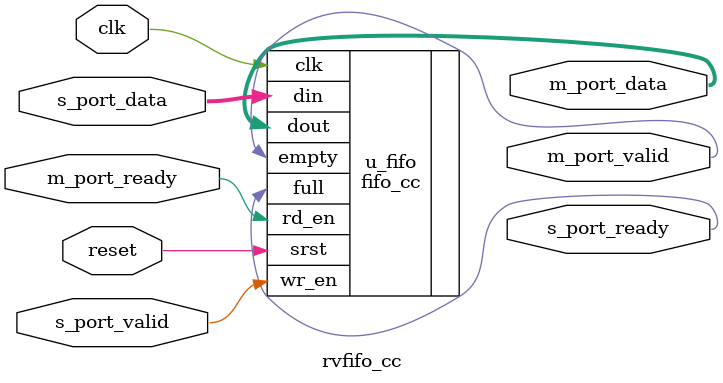
<source format=sv>
module rvfifo_cc #(
  parameter T = 64,
  parameter IW = 1,
  parameter RLEV = 0
) (
  input clk,
  input reset,
  // sc_rvd_in
  // sc_stream_in s_port
  input  logic[T-1:0]       s_port_data,
  input  logic              s_port_valid,
  output logic              s_port_ready,

  // sc_rvd_out
  // sc_stream_out m_port
  output  logic[T-1:0]       m_port_data,
  output  logic              m_port_valid,
  input   logic              m_port_ready
);
  fifo_cc#(T, IW, 1, RLEV, 0) u_fifo(
    .clk(clk),
    .srst(reset),

    .din  (s_port_data),
    .wr_en(s_port_valid),
    .full (s_port_ready),

    .dout (m_port_data),
    .rd_en(m_port_ready),
    .empty(m_port_valid)
  );
  
endmodule

</source>
